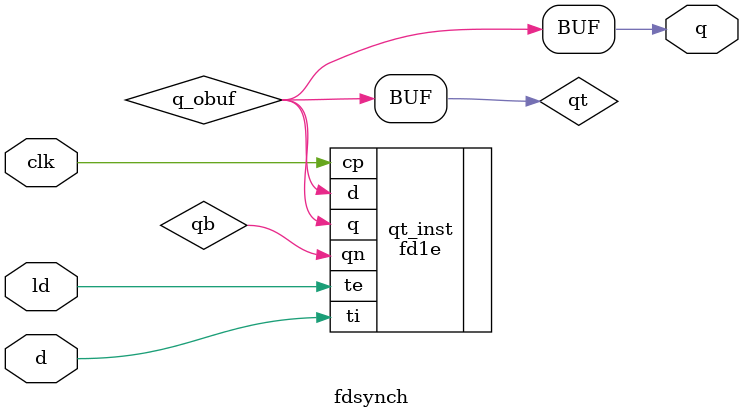
<source format=v>
`include "defs.v"

module fdsynch
(
	output q,
	input d,
	input ld,
	input clk
);
wire qt;
wire qb;

// Output buffers
wire q_obuf;


// Output buffers
assign q = q_obuf;


// DUPLO.NET (293) - qt : fd1e
fd1e qt_inst
(
	.q(qt), // OUT
	.qn(qb), // OUT
	.d(q_obuf), // IN
	.cp(clk), // IN
	.ti(d), // IN
	.te(ld)  // IN
);

// DUPLO.NET (294) - dummy : dummy

// DUPLO.NET (295) - q : nivh
assign q_obuf = qt;
endmodule

</source>
